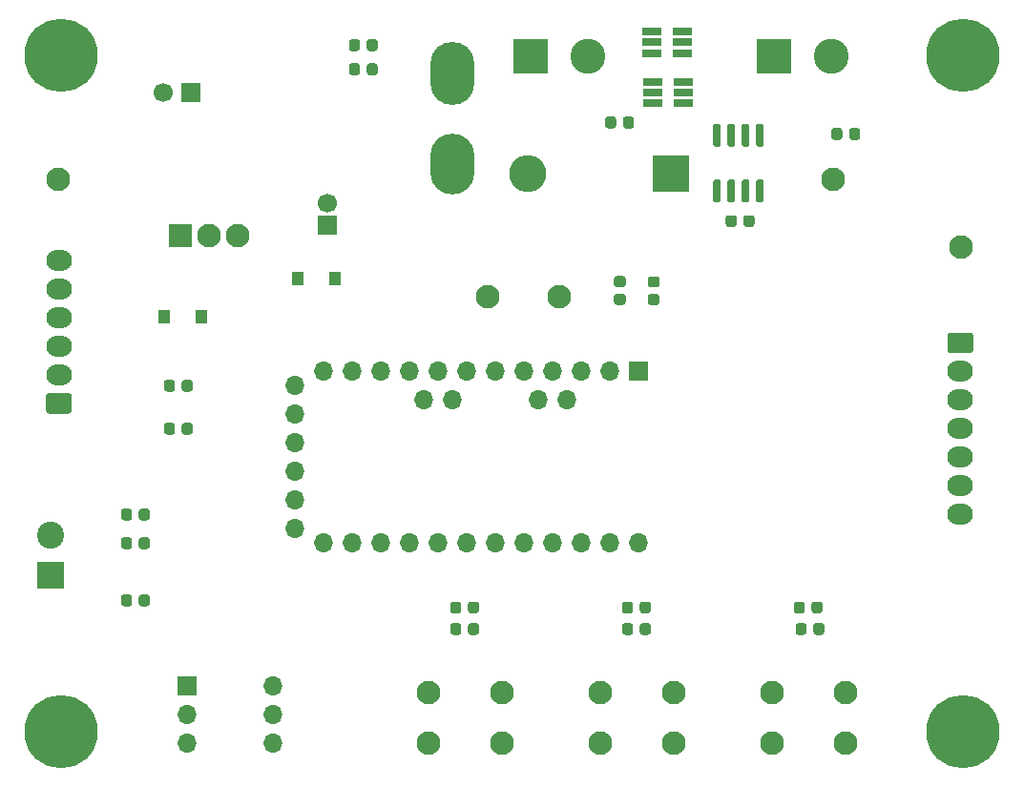
<source format=gbr>
%TF.GenerationSoftware,KiCad,Pcbnew,(5.1.6)-1*%
%TF.CreationDate,2020-09-05T08:23:18-07:00*%
%TF.ProjectId,pulser,70756c73-6572-42e6-9b69-6361645f7063,rev?*%
%TF.SameCoordinates,Original*%
%TF.FileFunction,Soldermask,Top*%
%TF.FilePolarity,Negative*%
%FSLAX46Y46*%
G04 Gerber Fmt 4.6, Leading zero omitted, Abs format (unit mm)*
G04 Created by KiCad (PCBNEW (5.1.6)-1) date 2020-09-05 08:23:18*
%MOMM*%
%LPD*%
G01*
G04 APERTURE LIST*
%ADD10O,3.900000X5.600000*%
%ADD11O,3.900000X5.400000*%
%ADD12R,3.100000X3.100000*%
%ADD13C,3.100000*%
%ADD14R,1.700000X1.700000*%
%ADD15C,1.700000*%
%ADD16C,6.500000*%
%ADD17O,1.700000X1.700000*%
%ADD18C,2.100000*%
%ADD19R,2.100000X2.100000*%
%ADD20O,3.300000X3.300000*%
%ADD21R,3.300000X3.300000*%
%ADD22O,2.290000X1.840000*%
%ADD23C,2.400000*%
%ADD24R,2.400000X2.400000*%
%ADD25R,1.660000X0.750000*%
%ADD26R,1.000000X1.300000*%
G04 APERTURE END LIST*
D10*
%TO.C,F1*%
X99695000Y-86615000D03*
D11*
X99695000Y-94615000D03*
%TD*%
D12*
%TO.C,J2*%
X106680000Y-85090000D03*
D13*
X111760000Y-85090000D03*
%TD*%
D12*
%TO.C,J4*%
X128270000Y-85090000D03*
D13*
X133350000Y-85090000D03*
%TD*%
%TO.C,R11*%
G36*
G01*
X134320000Y-91666750D02*
X134320000Y-92229250D01*
G75*
G02*
X134076250Y-92473000I-243750J0D01*
G01*
X133588750Y-92473000D01*
G75*
G02*
X133345000Y-92229250I0J243750D01*
G01*
X133345000Y-91666750D01*
G75*
G02*
X133588750Y-91423000I243750J0D01*
G01*
X134076250Y-91423000D01*
G75*
G02*
X134320000Y-91666750I0J-243750D01*
G01*
G37*
G36*
G01*
X135895000Y-91666750D02*
X135895000Y-92229250D01*
G75*
G02*
X135651250Y-92473000I-243750J0D01*
G01*
X135163750Y-92473000D01*
G75*
G02*
X134920000Y-92229250I0J243750D01*
G01*
X134920000Y-91666750D01*
G75*
G02*
X135163750Y-91423000I243750J0D01*
G01*
X135651250Y-91423000D01*
G75*
G02*
X135895000Y-91666750I0J-243750D01*
G01*
G37*
%TD*%
D14*
%TO.C,C3*%
X88646000Y-100076000D03*
D15*
X88646000Y-98076000D03*
%TD*%
D14*
%TO.C,C2*%
X76530200Y-88239600D03*
D15*
X74030200Y-88239600D03*
%TD*%
D16*
%TO.C,H4*%
X65000000Y-85000000D03*
%TD*%
%TO.C,H3*%
X145000000Y-85000000D03*
%TD*%
%TO.C,H2*%
X145000000Y-145000000D03*
%TD*%
%TO.C,H1*%
X65000000Y-145000000D03*
%TD*%
D17*
%TO.C,U2*%
X97155000Y-115570000D03*
X99695000Y-115570000D03*
X107315000Y-115570000D03*
X109855000Y-115570000D03*
X85725000Y-121920000D03*
X85725000Y-119380000D03*
X116205000Y-128270000D03*
X85725000Y-116840000D03*
X113665000Y-128270000D03*
X85725000Y-114300000D03*
X111125000Y-128270000D03*
X88265000Y-113030000D03*
X108585000Y-128270000D03*
X90805000Y-113030000D03*
X106045000Y-128270000D03*
X93345000Y-113030000D03*
X103505000Y-128270000D03*
X95885000Y-113030000D03*
X100965000Y-128270000D03*
X98425000Y-113030000D03*
X98425000Y-128270000D03*
X100965000Y-113030000D03*
X95885000Y-128270000D03*
X103505000Y-113030000D03*
X93345000Y-128270000D03*
X106045000Y-113030000D03*
X90805000Y-128270000D03*
X108585000Y-113030000D03*
X88265000Y-128270000D03*
X111125000Y-113030000D03*
X85725000Y-127000000D03*
X113665000Y-113030000D03*
X85725000Y-124460000D03*
D14*
X116205000Y-113030000D03*
%TD*%
D18*
%TO.C,U1*%
X80645000Y-100965000D03*
X78105000Y-100965000D03*
D19*
X75565000Y-100965000D03*
%TD*%
D20*
%TO.C,D1*%
X106426000Y-95504000D03*
D21*
X119126000Y-95504000D03*
%TD*%
%TO.C,U3*%
G36*
G01*
X126825000Y-96000000D02*
X127175000Y-96000000D01*
G75*
G02*
X127350000Y-96175000I0J-175000D01*
G01*
X127350000Y-97875000D01*
G75*
G02*
X127175000Y-98050000I-175000J0D01*
G01*
X126825000Y-98050000D01*
G75*
G02*
X126650000Y-97875000I0J175000D01*
G01*
X126650000Y-96175000D01*
G75*
G02*
X126825000Y-96000000I175000J0D01*
G01*
G37*
G36*
G01*
X125555000Y-96000000D02*
X125905000Y-96000000D01*
G75*
G02*
X126080000Y-96175000I0J-175000D01*
G01*
X126080000Y-97875000D01*
G75*
G02*
X125905000Y-98050000I-175000J0D01*
G01*
X125555000Y-98050000D01*
G75*
G02*
X125380000Y-97875000I0J175000D01*
G01*
X125380000Y-96175000D01*
G75*
G02*
X125555000Y-96000000I175000J0D01*
G01*
G37*
G36*
G01*
X124285000Y-96000000D02*
X124635000Y-96000000D01*
G75*
G02*
X124810000Y-96175000I0J-175000D01*
G01*
X124810000Y-97875000D01*
G75*
G02*
X124635000Y-98050000I-175000J0D01*
G01*
X124285000Y-98050000D01*
G75*
G02*
X124110000Y-97875000I0J175000D01*
G01*
X124110000Y-96175000D01*
G75*
G02*
X124285000Y-96000000I175000J0D01*
G01*
G37*
G36*
G01*
X123015000Y-96000000D02*
X123365000Y-96000000D01*
G75*
G02*
X123540000Y-96175000I0J-175000D01*
G01*
X123540000Y-97875000D01*
G75*
G02*
X123365000Y-98050000I-175000J0D01*
G01*
X123015000Y-98050000D01*
G75*
G02*
X122840000Y-97875000I0J175000D01*
G01*
X122840000Y-96175000D01*
G75*
G02*
X123015000Y-96000000I175000J0D01*
G01*
G37*
G36*
G01*
X123015000Y-91050000D02*
X123365000Y-91050000D01*
G75*
G02*
X123540000Y-91225000I0J-175000D01*
G01*
X123540000Y-92925000D01*
G75*
G02*
X123365000Y-93100000I-175000J0D01*
G01*
X123015000Y-93100000D01*
G75*
G02*
X122840000Y-92925000I0J175000D01*
G01*
X122840000Y-91225000D01*
G75*
G02*
X123015000Y-91050000I175000J0D01*
G01*
G37*
G36*
G01*
X124285000Y-91050000D02*
X124635000Y-91050000D01*
G75*
G02*
X124810000Y-91225000I0J-175000D01*
G01*
X124810000Y-92925000D01*
G75*
G02*
X124635000Y-93100000I-175000J0D01*
G01*
X124285000Y-93100000D01*
G75*
G02*
X124110000Y-92925000I0J175000D01*
G01*
X124110000Y-91225000D01*
G75*
G02*
X124285000Y-91050000I175000J0D01*
G01*
G37*
G36*
G01*
X125555000Y-91050000D02*
X125905000Y-91050000D01*
G75*
G02*
X126080000Y-91225000I0J-175000D01*
G01*
X126080000Y-92925000D01*
G75*
G02*
X125905000Y-93100000I-175000J0D01*
G01*
X125555000Y-93100000D01*
G75*
G02*
X125380000Y-92925000I0J175000D01*
G01*
X125380000Y-91225000D01*
G75*
G02*
X125555000Y-91050000I175000J0D01*
G01*
G37*
G36*
G01*
X126825000Y-91050000D02*
X127175000Y-91050000D01*
G75*
G02*
X127350000Y-91225000I0J-175000D01*
G01*
X127350000Y-92925000D01*
G75*
G02*
X127175000Y-93100000I-175000J0D01*
G01*
X126825000Y-93100000D01*
G75*
G02*
X126650000Y-92925000I0J175000D01*
G01*
X126650000Y-91225000D01*
G75*
G02*
X126825000Y-91050000I175000J0D01*
G01*
G37*
%TD*%
D22*
%TO.C,J3*%
X64810000Y-103160000D03*
X64810000Y-105700000D03*
X64810000Y-108240000D03*
X64810000Y-110780000D03*
X64810000Y-113320000D03*
G36*
G01*
X65690633Y-116780000D02*
X63929367Y-116780000D01*
G75*
G02*
X63665000Y-116515633I0J264367D01*
G01*
X63665000Y-115204367D01*
G75*
G02*
X63929367Y-114940000I264367J0D01*
G01*
X65690633Y-114940000D01*
G75*
G02*
X65955000Y-115204367I0J-264367D01*
G01*
X65955000Y-116515633D01*
G75*
G02*
X65690633Y-116780000I-264367J0D01*
G01*
G37*
%TD*%
D23*
%TO.C,J1*%
X64050000Y-127580000D03*
D24*
X64050000Y-131080000D03*
%TD*%
%TO.C,C4*%
G36*
G01*
X124947500Y-99413750D02*
X124947500Y-99976250D01*
G75*
G02*
X124703750Y-100220000I-243750J0D01*
G01*
X124216250Y-100220000D01*
G75*
G02*
X123972500Y-99976250I0J243750D01*
G01*
X123972500Y-99413750D01*
G75*
G02*
X124216250Y-99170000I243750J0D01*
G01*
X124703750Y-99170000D01*
G75*
G02*
X124947500Y-99413750I0J-243750D01*
G01*
G37*
G36*
G01*
X126522500Y-99413750D02*
X126522500Y-99976250D01*
G75*
G02*
X126278750Y-100220000I-243750J0D01*
G01*
X125791250Y-100220000D01*
G75*
G02*
X125547500Y-99976250I0J243750D01*
G01*
X125547500Y-99413750D01*
G75*
G02*
X125791250Y-99170000I243750J0D01*
G01*
X126278750Y-99170000D01*
G75*
G02*
X126522500Y-99413750I0J-243750D01*
G01*
G37*
%TD*%
%TO.C,C1*%
G36*
G01*
X71902500Y-133631250D02*
X71902500Y-133068750D01*
G75*
G02*
X72146250Y-132825000I243750J0D01*
G01*
X72633750Y-132825000D01*
G75*
G02*
X72877500Y-133068750I0J-243750D01*
G01*
X72877500Y-133631250D01*
G75*
G02*
X72633750Y-133875000I-243750J0D01*
G01*
X72146250Y-133875000D01*
G75*
G02*
X71902500Y-133631250I0J243750D01*
G01*
G37*
G36*
G01*
X70327500Y-133631250D02*
X70327500Y-133068750D01*
G75*
G02*
X70571250Y-132825000I243750J0D01*
G01*
X71058750Y-132825000D01*
G75*
G02*
X71302500Y-133068750I0J-243750D01*
G01*
X71302500Y-133631250D01*
G75*
G02*
X71058750Y-133875000I-243750J0D01*
G01*
X70571250Y-133875000D01*
G75*
G02*
X70327500Y-133631250I0J243750D01*
G01*
G37*
%TD*%
D22*
%TO.C,J5*%
X144780000Y-125730000D03*
X144780000Y-123190000D03*
X144780000Y-120650000D03*
X144780000Y-118110000D03*
X144780000Y-115570000D03*
X144780000Y-113030000D03*
G36*
G01*
X143899367Y-109570000D02*
X145660633Y-109570000D01*
G75*
G02*
X145925000Y-109834367I0J-264367D01*
G01*
X145925000Y-111145633D01*
G75*
G02*
X145660633Y-111410000I-264367J0D01*
G01*
X143899367Y-111410000D01*
G75*
G02*
X143635000Y-111145633I0J264367D01*
G01*
X143635000Y-109834367D01*
G75*
G02*
X143899367Y-109570000I264367J0D01*
G01*
G37*
%TD*%
D18*
%TO.C,SW3*%
X128120000Y-146050000D03*
X128120000Y-141550000D03*
X134620000Y-146050000D03*
X134620000Y-141550000D03*
%TD*%
%TO.C,SW2*%
X112880000Y-146050000D03*
X112880000Y-141550000D03*
X119380000Y-146050000D03*
X119380000Y-141550000D03*
%TD*%
%TO.C,SW1*%
X97640000Y-146050000D03*
X97640000Y-141550000D03*
X104140000Y-146050000D03*
X104140000Y-141550000D03*
%TD*%
D17*
%TO.C,SW4*%
X83820000Y-146050000D03*
X83820000Y-143510000D03*
X83820000Y-140970000D03*
X76200000Y-146050000D03*
X76200000Y-143510000D03*
D14*
X76200000Y-140970000D03*
%TD*%
%TO.C,R10*%
G36*
G01*
X117857850Y-105567300D02*
X117295350Y-105567300D01*
G75*
G02*
X117051600Y-105323550I0J243750D01*
G01*
X117051600Y-104836050D01*
G75*
G02*
X117295350Y-104592300I243750J0D01*
G01*
X117857850Y-104592300D01*
G75*
G02*
X118101600Y-104836050I0J-243750D01*
G01*
X118101600Y-105323550D01*
G75*
G02*
X117857850Y-105567300I-243750J0D01*
G01*
G37*
G36*
G01*
X117857850Y-107142300D02*
X117295350Y-107142300D01*
G75*
G02*
X117051600Y-106898550I0J243750D01*
G01*
X117051600Y-106411050D01*
G75*
G02*
X117295350Y-106167300I243750J0D01*
G01*
X117857850Y-106167300D01*
G75*
G02*
X118101600Y-106411050I0J-243750D01*
G01*
X118101600Y-106898550D01*
G75*
G02*
X117857850Y-107142300I-243750J0D01*
G01*
G37*
%TD*%
%TO.C,R9*%
G36*
G01*
X114854000Y-91213250D02*
X114854000Y-90650750D01*
G75*
G02*
X115097750Y-90407000I243750J0D01*
G01*
X115585250Y-90407000D01*
G75*
G02*
X115829000Y-90650750I0J-243750D01*
G01*
X115829000Y-91213250D01*
G75*
G02*
X115585250Y-91457000I-243750J0D01*
G01*
X115097750Y-91457000D01*
G75*
G02*
X114854000Y-91213250I0J243750D01*
G01*
G37*
G36*
G01*
X113279000Y-91213250D02*
X113279000Y-90650750D01*
G75*
G02*
X113522750Y-90407000I243750J0D01*
G01*
X114010250Y-90407000D01*
G75*
G02*
X114254000Y-90650750I0J-243750D01*
G01*
X114254000Y-91213250D01*
G75*
G02*
X114010250Y-91457000I-243750J0D01*
G01*
X113522750Y-91457000D01*
G75*
G02*
X113279000Y-91213250I0J243750D01*
G01*
G37*
%TD*%
%TO.C,R8*%
G36*
G01*
X92121000Y-86488850D02*
X92121000Y-85926350D01*
G75*
G02*
X92364750Y-85682600I243750J0D01*
G01*
X92852250Y-85682600D01*
G75*
G02*
X93096000Y-85926350I0J-243750D01*
G01*
X93096000Y-86488850D01*
G75*
G02*
X92852250Y-86732600I-243750J0D01*
G01*
X92364750Y-86732600D01*
G75*
G02*
X92121000Y-86488850I0J243750D01*
G01*
G37*
G36*
G01*
X90546000Y-86488850D02*
X90546000Y-85926350D01*
G75*
G02*
X90789750Y-85682600I243750J0D01*
G01*
X91277250Y-85682600D01*
G75*
G02*
X91521000Y-85926350I0J-243750D01*
G01*
X91521000Y-86488850D01*
G75*
G02*
X91277250Y-86732600I-243750J0D01*
G01*
X90789750Y-86732600D01*
G75*
G02*
X90546000Y-86488850I0J243750D01*
G01*
G37*
%TD*%
D25*
%TO.C,Q2*%
X117475000Y-88265000D03*
X117475000Y-89215000D03*
X117475000Y-87315000D03*
X120175000Y-87315000D03*
X120175000Y-88265000D03*
X120175000Y-89215000D03*
%TD*%
%TO.C,D7*%
G36*
G01*
X92121000Y-84355250D02*
X92121000Y-83792750D01*
G75*
G02*
X92364750Y-83549000I243750J0D01*
G01*
X92852250Y-83549000D01*
G75*
G02*
X93096000Y-83792750I0J-243750D01*
G01*
X93096000Y-84355250D01*
G75*
G02*
X92852250Y-84599000I-243750J0D01*
G01*
X92364750Y-84599000D01*
G75*
G02*
X92121000Y-84355250I0J243750D01*
G01*
G37*
G36*
G01*
X90546000Y-84355250D02*
X90546000Y-83792750D01*
G75*
G02*
X90789750Y-83549000I243750J0D01*
G01*
X91277250Y-83549000D01*
G75*
G02*
X91521000Y-83792750I0J-243750D01*
G01*
X91521000Y-84355250D01*
G75*
G02*
X91277250Y-84599000I-243750J0D01*
G01*
X90789750Y-84599000D01*
G75*
G02*
X90546000Y-84355250I0J243750D01*
G01*
G37*
%TD*%
D18*
%TO.C,TP5*%
X133477000Y-96012000D03*
%TD*%
D25*
%TO.C,Q1*%
X117395000Y-83820000D03*
X117395000Y-84770000D03*
X117395000Y-82870000D03*
X120095000Y-82870000D03*
X120095000Y-83820000D03*
X120095000Y-84770000D03*
%TD*%
D18*
%TO.C,TP4*%
X102870000Y-106426000D03*
%TD*%
%TO.C,TP2*%
X144856200Y-102031800D03*
%TD*%
%TO.C,TP1*%
X64770000Y-96012000D03*
%TD*%
%TO.C,R6*%
G36*
G01*
X116352500Y-134266250D02*
X116352500Y-133703750D01*
G75*
G02*
X116596250Y-133460000I243750J0D01*
G01*
X117083750Y-133460000D01*
G75*
G02*
X117327500Y-133703750I0J-243750D01*
G01*
X117327500Y-134266250D01*
G75*
G02*
X117083750Y-134510000I-243750J0D01*
G01*
X116596250Y-134510000D01*
G75*
G02*
X116352500Y-134266250I0J243750D01*
G01*
G37*
G36*
G01*
X114777500Y-134266250D02*
X114777500Y-133703750D01*
G75*
G02*
X115021250Y-133460000I243750J0D01*
G01*
X115508750Y-133460000D01*
G75*
G02*
X115752500Y-133703750I0J-243750D01*
G01*
X115752500Y-134266250D01*
G75*
G02*
X115508750Y-134510000I-243750J0D01*
G01*
X115021250Y-134510000D01*
G75*
G02*
X114777500Y-134266250I0J243750D01*
G01*
G37*
%TD*%
%TO.C,R4*%
G36*
G01*
X75112500Y-114018750D02*
X75112500Y-114581250D01*
G75*
G02*
X74868750Y-114825000I-243750J0D01*
G01*
X74381250Y-114825000D01*
G75*
G02*
X74137500Y-114581250I0J243750D01*
G01*
X74137500Y-114018750D01*
G75*
G02*
X74381250Y-113775000I243750J0D01*
G01*
X74868750Y-113775000D01*
G75*
G02*
X75112500Y-114018750I0J-243750D01*
G01*
G37*
G36*
G01*
X76687500Y-114018750D02*
X76687500Y-114581250D01*
G75*
G02*
X76443750Y-114825000I-243750J0D01*
G01*
X75956250Y-114825000D01*
G75*
G02*
X75712500Y-114581250I0J243750D01*
G01*
X75712500Y-114018750D01*
G75*
G02*
X75956250Y-113775000I243750J0D01*
G01*
X76443750Y-113775000D01*
G75*
G02*
X76687500Y-114018750I0J-243750D01*
G01*
G37*
%TD*%
%TO.C,R2*%
G36*
G01*
X71902500Y-128551250D02*
X71902500Y-127988750D01*
G75*
G02*
X72146250Y-127745000I243750J0D01*
G01*
X72633750Y-127745000D01*
G75*
G02*
X72877500Y-127988750I0J-243750D01*
G01*
X72877500Y-128551250D01*
G75*
G02*
X72633750Y-128795000I-243750J0D01*
G01*
X72146250Y-128795000D01*
G75*
G02*
X71902500Y-128551250I0J243750D01*
G01*
G37*
G36*
G01*
X70327500Y-128551250D02*
X70327500Y-127988750D01*
G75*
G02*
X70571250Y-127745000I243750J0D01*
G01*
X71058750Y-127745000D01*
G75*
G02*
X71302500Y-127988750I0J-243750D01*
G01*
X71302500Y-128551250D01*
G75*
G02*
X71058750Y-128795000I-243750J0D01*
G01*
X70571250Y-128795000D01*
G75*
G02*
X70327500Y-128551250I0J243750D01*
G01*
G37*
%TD*%
%TO.C,R7*%
G36*
G01*
X131592500Y-134266250D02*
X131592500Y-133703750D01*
G75*
G02*
X131836250Y-133460000I243750J0D01*
G01*
X132323750Y-133460000D01*
G75*
G02*
X132567500Y-133703750I0J-243750D01*
G01*
X132567500Y-134266250D01*
G75*
G02*
X132323750Y-134510000I-243750J0D01*
G01*
X131836250Y-134510000D01*
G75*
G02*
X131592500Y-134266250I0J243750D01*
G01*
G37*
G36*
G01*
X130017500Y-134266250D02*
X130017500Y-133703750D01*
G75*
G02*
X130261250Y-133460000I243750J0D01*
G01*
X130748750Y-133460000D01*
G75*
G02*
X130992500Y-133703750I0J-243750D01*
G01*
X130992500Y-134266250D01*
G75*
G02*
X130748750Y-134510000I-243750J0D01*
G01*
X130261250Y-134510000D01*
G75*
G02*
X130017500Y-134266250I0J243750D01*
G01*
G37*
%TD*%
%TO.C,R1*%
G36*
G01*
X71902500Y-126011250D02*
X71902500Y-125448750D01*
G75*
G02*
X72146250Y-125205000I243750J0D01*
G01*
X72633750Y-125205000D01*
G75*
G02*
X72877500Y-125448750I0J-243750D01*
G01*
X72877500Y-126011250D01*
G75*
G02*
X72633750Y-126255000I-243750J0D01*
G01*
X72146250Y-126255000D01*
G75*
G02*
X71902500Y-126011250I0J243750D01*
G01*
G37*
G36*
G01*
X70327500Y-126011250D02*
X70327500Y-125448750D01*
G75*
G02*
X70571250Y-125205000I243750J0D01*
G01*
X71058750Y-125205000D01*
G75*
G02*
X71302500Y-125448750I0J-243750D01*
G01*
X71302500Y-126011250D01*
G75*
G02*
X71058750Y-126255000I-243750J0D01*
G01*
X70571250Y-126255000D01*
G75*
G02*
X70327500Y-126011250I0J243750D01*
G01*
G37*
%TD*%
%TO.C,R5*%
G36*
G01*
X75112500Y-117828750D02*
X75112500Y-118391250D01*
G75*
G02*
X74868750Y-118635000I-243750J0D01*
G01*
X74381250Y-118635000D01*
G75*
G02*
X74137500Y-118391250I0J243750D01*
G01*
X74137500Y-117828750D01*
G75*
G02*
X74381250Y-117585000I243750J0D01*
G01*
X74868750Y-117585000D01*
G75*
G02*
X75112500Y-117828750I0J-243750D01*
G01*
G37*
G36*
G01*
X76687500Y-117828750D02*
X76687500Y-118391250D01*
G75*
G02*
X76443750Y-118635000I-243750J0D01*
G01*
X75956250Y-118635000D01*
G75*
G02*
X75712500Y-118391250I0J243750D01*
G01*
X75712500Y-117828750D01*
G75*
G02*
X75956250Y-117585000I243750J0D01*
G01*
X76443750Y-117585000D01*
G75*
G02*
X76687500Y-117828750I0J-243750D01*
G01*
G37*
%TD*%
%TO.C,D6*%
G36*
G01*
X131745000Y-136171250D02*
X131745000Y-135608750D01*
G75*
G02*
X131988750Y-135365000I243750J0D01*
G01*
X132476250Y-135365000D01*
G75*
G02*
X132720000Y-135608750I0J-243750D01*
G01*
X132720000Y-136171250D01*
G75*
G02*
X132476250Y-136415000I-243750J0D01*
G01*
X131988750Y-136415000D01*
G75*
G02*
X131745000Y-136171250I0J243750D01*
G01*
G37*
G36*
G01*
X130170000Y-136171250D02*
X130170000Y-135608750D01*
G75*
G02*
X130413750Y-135365000I243750J0D01*
G01*
X130901250Y-135365000D01*
G75*
G02*
X131145000Y-135608750I0J-243750D01*
G01*
X131145000Y-136171250D01*
G75*
G02*
X130901250Y-136415000I-243750J0D01*
G01*
X130413750Y-136415000D01*
G75*
G02*
X130170000Y-136171250I0J243750D01*
G01*
G37*
%TD*%
%TO.C,D4*%
G36*
G01*
X116352500Y-136171250D02*
X116352500Y-135608750D01*
G75*
G02*
X116596250Y-135365000I243750J0D01*
G01*
X117083750Y-135365000D01*
G75*
G02*
X117327500Y-135608750I0J-243750D01*
G01*
X117327500Y-136171250D01*
G75*
G02*
X117083750Y-136415000I-243750J0D01*
G01*
X116596250Y-136415000D01*
G75*
G02*
X116352500Y-136171250I0J243750D01*
G01*
G37*
G36*
G01*
X114777500Y-136171250D02*
X114777500Y-135608750D01*
G75*
G02*
X115021250Y-135365000I243750J0D01*
G01*
X115508750Y-135365000D01*
G75*
G02*
X115752500Y-135608750I0J-243750D01*
G01*
X115752500Y-136171250D01*
G75*
G02*
X115508750Y-136415000I-243750J0D01*
G01*
X115021250Y-136415000D01*
G75*
G02*
X114777500Y-136171250I0J243750D01*
G01*
G37*
%TD*%
%TO.C,D2*%
G36*
G01*
X101112500Y-136171250D02*
X101112500Y-135608750D01*
G75*
G02*
X101356250Y-135365000I243750J0D01*
G01*
X101843750Y-135365000D01*
G75*
G02*
X102087500Y-135608750I0J-243750D01*
G01*
X102087500Y-136171250D01*
G75*
G02*
X101843750Y-136415000I-243750J0D01*
G01*
X101356250Y-136415000D01*
G75*
G02*
X101112500Y-136171250I0J243750D01*
G01*
G37*
G36*
G01*
X99537500Y-136171250D02*
X99537500Y-135608750D01*
G75*
G02*
X99781250Y-135365000I243750J0D01*
G01*
X100268750Y-135365000D01*
G75*
G02*
X100512500Y-135608750I0J-243750D01*
G01*
X100512500Y-136171250D01*
G75*
G02*
X100268750Y-136415000I-243750J0D01*
G01*
X99781250Y-136415000D01*
G75*
G02*
X99537500Y-136171250I0J243750D01*
G01*
G37*
%TD*%
%TO.C,C5*%
G36*
G01*
X114860650Y-105541800D02*
X114298150Y-105541800D01*
G75*
G02*
X114054400Y-105298050I0J243750D01*
G01*
X114054400Y-104810550D01*
G75*
G02*
X114298150Y-104566800I243750J0D01*
G01*
X114860650Y-104566800D01*
G75*
G02*
X115104400Y-104810550I0J-243750D01*
G01*
X115104400Y-105298050D01*
G75*
G02*
X114860650Y-105541800I-243750J0D01*
G01*
G37*
G36*
G01*
X114860650Y-107116800D02*
X114298150Y-107116800D01*
G75*
G02*
X114054400Y-106873050I0J243750D01*
G01*
X114054400Y-106385550D01*
G75*
G02*
X114298150Y-106141800I243750J0D01*
G01*
X114860650Y-106141800D01*
G75*
G02*
X115104400Y-106385550I0J-243750D01*
G01*
X115104400Y-106873050D01*
G75*
G02*
X114860650Y-107116800I-243750J0D01*
G01*
G37*
%TD*%
D26*
%TO.C,D5*%
X85980000Y-104775000D03*
X89280000Y-104775000D03*
%TD*%
%TO.C,D3*%
X74170000Y-108204000D03*
X77470000Y-108204000D03*
%TD*%
D18*
%TO.C,TP3*%
X109220000Y-106426000D03*
%TD*%
%TO.C,R3*%
G36*
G01*
X101112500Y-134266250D02*
X101112500Y-133703750D01*
G75*
G02*
X101356250Y-133460000I243750J0D01*
G01*
X101843750Y-133460000D01*
G75*
G02*
X102087500Y-133703750I0J-243750D01*
G01*
X102087500Y-134266250D01*
G75*
G02*
X101843750Y-134510000I-243750J0D01*
G01*
X101356250Y-134510000D01*
G75*
G02*
X101112500Y-134266250I0J243750D01*
G01*
G37*
G36*
G01*
X99537500Y-134266250D02*
X99537500Y-133703750D01*
G75*
G02*
X99781250Y-133460000I243750J0D01*
G01*
X100268750Y-133460000D01*
G75*
G02*
X100512500Y-133703750I0J-243750D01*
G01*
X100512500Y-134266250D01*
G75*
G02*
X100268750Y-134510000I-243750J0D01*
G01*
X99781250Y-134510000D01*
G75*
G02*
X99537500Y-134266250I0J243750D01*
G01*
G37*
%TD*%
M02*

</source>
